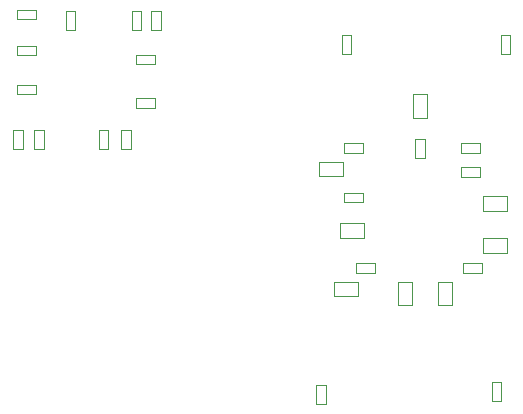
<source format=gbr>
G04 #@! TF.GenerationSoftware,KiCad,Pcbnew,(5.1.2-1)-1*
G04 #@! TF.CreationDate,2020-07-07T12:37:09+01:00*
G04 #@! TF.ProjectId,MZ80-80CLR,4d5a3830-2d38-4304-934c-522e6b696361,rev?*
G04 #@! TF.SameCoordinates,Original*
G04 #@! TF.FileFunction,Other,Fab,Bot*
%FSLAX46Y46*%
G04 Gerber Fmt 4.6, Leading zero omitted, Abs format (unit mm)*
G04 Created by KiCad (PCBNEW (5.1.2-1)-1) date 2020-07-07 12:37:09*
%MOMM*%
%LPD*%
G04 APERTURE LIST*
%ADD10C,0.100000*%
G04 APERTURE END LIST*
D10*
X113446000Y-77994000D02*
X113446000Y-79994000D01*
X114646000Y-77994000D02*
X113446000Y-77994000D01*
X114646000Y-79994000D02*
X114646000Y-77994000D01*
X113446000Y-79994000D02*
X114646000Y-79994000D01*
X116875000Y-77994000D02*
X116875000Y-79994000D01*
X118075000Y-77994000D02*
X116875000Y-77994000D01*
X118075000Y-79994000D02*
X118075000Y-77994000D01*
X116875000Y-79994000D02*
X118075000Y-79994000D01*
X120666000Y-71974000D02*
X122666000Y-71974000D01*
X120666000Y-70774000D02*
X120666000Y-71974000D01*
X122666000Y-70774000D02*
X120666000Y-70774000D01*
X122666000Y-71974000D02*
X122666000Y-70774000D01*
X110093000Y-78013000D02*
X108093000Y-78013000D01*
X110093000Y-79213000D02*
X110093000Y-78013000D01*
X108093000Y-79213000D02*
X110093000Y-79213000D01*
X108093000Y-78013000D02*
X108093000Y-79213000D01*
X120666000Y-75530000D02*
X122666000Y-75530000D01*
X120666000Y-74330000D02*
X120666000Y-75530000D01*
X122666000Y-74330000D02*
X120666000Y-74330000D01*
X122666000Y-75530000D02*
X122666000Y-74330000D01*
X110601000Y-73060000D02*
X108601000Y-73060000D01*
X110601000Y-74260000D02*
X110601000Y-73060000D01*
X108601000Y-74260000D02*
X110601000Y-74260000D01*
X108601000Y-73060000D02*
X108601000Y-74260000D01*
X108823000Y-67853000D02*
X106823000Y-67853000D01*
X108823000Y-69053000D02*
X108823000Y-67853000D01*
X106823000Y-69053000D02*
X108823000Y-69053000D01*
X106823000Y-67853000D02*
X106823000Y-69053000D01*
X114716000Y-62119000D02*
X114716000Y-64119000D01*
X115916000Y-62119000D02*
X114716000Y-62119000D01*
X115916000Y-64119000D02*
X115916000Y-62119000D01*
X114716000Y-64119000D02*
X115916000Y-64119000D01*
X80880000Y-65113000D02*
X80880000Y-66713000D01*
X81680000Y-65113000D02*
X80880000Y-65113000D01*
X81680000Y-66713000D02*
X81680000Y-65113000D01*
X80880000Y-66713000D02*
X81680000Y-66713000D01*
X82842000Y-61322000D02*
X81242000Y-61322000D01*
X82842000Y-62122000D02*
X82842000Y-61322000D01*
X81242000Y-62122000D02*
X82842000Y-62122000D01*
X81242000Y-61322000D02*
X81242000Y-62122000D01*
X82658000Y-65113000D02*
X82658000Y-66713000D01*
X83458000Y-65113000D02*
X82658000Y-65113000D01*
X83458000Y-66713000D02*
X83458000Y-65113000D01*
X82658000Y-66713000D02*
X83458000Y-66713000D01*
X88119000Y-65113000D02*
X88119000Y-66713000D01*
X88919000Y-65113000D02*
X88119000Y-65113000D01*
X88919000Y-66713000D02*
X88919000Y-65113000D01*
X88119000Y-66713000D02*
X88919000Y-66713000D01*
X82842000Y-58020000D02*
X81242000Y-58020000D01*
X82842000Y-58820000D02*
X82842000Y-58020000D01*
X81242000Y-58820000D02*
X82842000Y-58820000D01*
X81242000Y-58020000D02*
X81242000Y-58820000D01*
X91713000Y-56680000D02*
X91713000Y-55080000D01*
X90913000Y-56680000D02*
X91713000Y-56680000D01*
X90913000Y-55080000D02*
X90913000Y-56680000D01*
X91713000Y-55080000D02*
X90913000Y-55080000D01*
X93364000Y-56680000D02*
X93364000Y-55080000D01*
X92564000Y-56680000D02*
X93364000Y-56680000D01*
X92564000Y-55080000D02*
X92564000Y-56680000D01*
X93364000Y-55080000D02*
X92564000Y-55080000D01*
X91275000Y-59582000D02*
X92875000Y-59582000D01*
X91275000Y-58782000D02*
X91275000Y-59582000D01*
X92875000Y-58782000D02*
X91275000Y-58782000D01*
X92875000Y-59582000D02*
X92875000Y-58782000D01*
X86125000Y-56680000D02*
X86125000Y-55080000D01*
X85325000Y-56680000D02*
X86125000Y-56680000D01*
X85325000Y-55080000D02*
X85325000Y-56680000D01*
X86125000Y-55080000D02*
X85325000Y-55080000D01*
X90024000Y-65113000D02*
X90024000Y-66713000D01*
X90824000Y-65113000D02*
X90024000Y-65113000D01*
X90824000Y-66713000D02*
X90824000Y-65113000D01*
X90024000Y-66713000D02*
X90824000Y-66713000D01*
X91275000Y-63265000D02*
X92875000Y-63265000D01*
X91275000Y-62465000D02*
X91275000Y-63265000D01*
X92875000Y-62465000D02*
X91275000Y-62465000D01*
X92875000Y-63265000D02*
X92875000Y-62465000D01*
X82842000Y-54972000D02*
X81242000Y-54972000D01*
X82842000Y-55772000D02*
X82842000Y-54972000D01*
X81242000Y-55772000D02*
X82842000Y-55772000D01*
X81242000Y-54972000D02*
X81242000Y-55772000D01*
X111544000Y-76435000D02*
X109944000Y-76435000D01*
X111544000Y-77235000D02*
X111544000Y-76435000D01*
X109944000Y-77235000D02*
X111544000Y-77235000D01*
X109944000Y-76435000D02*
X109944000Y-77235000D01*
X118834000Y-67075000D02*
X120434000Y-67075000D01*
X118834000Y-66275000D02*
X118834000Y-67075000D01*
X120434000Y-66275000D02*
X118834000Y-66275000D01*
X120434000Y-67075000D02*
X120434000Y-66275000D01*
X118834000Y-69107000D02*
X120434000Y-69107000D01*
X118834000Y-68307000D02*
X118834000Y-69107000D01*
X120434000Y-68307000D02*
X118834000Y-68307000D01*
X120434000Y-69107000D02*
X120434000Y-68307000D01*
X110528000Y-70466000D02*
X108928000Y-70466000D01*
X110528000Y-71266000D02*
X110528000Y-70466000D01*
X108928000Y-71266000D02*
X110528000Y-71266000D01*
X108928000Y-70466000D02*
X108928000Y-71266000D01*
X115716000Y-65875000D02*
X114916000Y-65875000D01*
X114916000Y-65875000D02*
X114916000Y-67475000D01*
X114916000Y-67475000D02*
X115716000Y-67475000D01*
X115716000Y-67475000D02*
X115716000Y-65875000D01*
X110528000Y-66275000D02*
X108928000Y-66275000D01*
X110528000Y-67075000D02*
X110528000Y-66275000D01*
X108928000Y-67075000D02*
X110528000Y-67075000D01*
X108928000Y-66275000D02*
X108928000Y-67075000D01*
X118961000Y-77235000D02*
X120561000Y-77235000D01*
X118961000Y-76435000D02*
X118961000Y-77235000D01*
X120561000Y-76435000D02*
X118961000Y-76435000D01*
X120561000Y-77235000D02*
X120561000Y-76435000D01*
X108693000Y-57112000D02*
X108693000Y-58712000D01*
X109493000Y-57112000D02*
X108693000Y-57112000D01*
X109493000Y-58712000D02*
X109493000Y-57112000D01*
X108693000Y-58712000D02*
X109493000Y-58712000D01*
X107334000Y-88303000D02*
X107334000Y-86703000D01*
X106534000Y-88303000D02*
X107334000Y-88303000D01*
X106534000Y-86703000D02*
X106534000Y-88303000D01*
X107334000Y-86703000D02*
X106534000Y-86703000D01*
X122193000Y-88049000D02*
X122193000Y-86449000D01*
X121393000Y-88049000D02*
X122193000Y-88049000D01*
X121393000Y-86449000D02*
X121393000Y-88049000D01*
X122193000Y-86449000D02*
X121393000Y-86449000D01*
X122155000Y-57112000D02*
X122155000Y-58712000D01*
X122955000Y-57112000D02*
X122155000Y-57112000D01*
X122955000Y-58712000D02*
X122955000Y-57112000D01*
X122155000Y-58712000D02*
X122955000Y-58712000D01*
M02*

</source>
